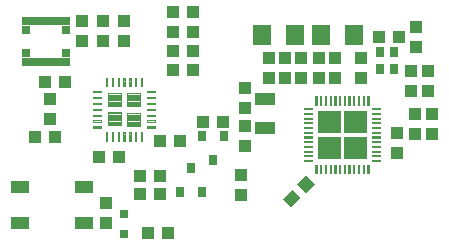
<source format=gtp>
G75*
%MOIN*%
%OFA0B0*%
%FSLAX25Y25*%
%IPPOS*%
%LPD*%
%AMOC8*
5,1,8,0,0,1.08239X$1,22.5*
%
%ADD10R,0.03937X0.04331*%
%ADD11R,0.04331X0.03937*%
%ADD12C,0.00197*%
%ADD13R,0.02953X0.03346*%
%ADD14C,0.00394*%
%ADD15R,0.16260X0.02677*%
%ADD16R,0.03071X0.02953*%
%ADD17R,0.02953X0.03071*%
%ADD18R,0.03150X0.03150*%
%ADD19R,0.06299X0.04331*%
%ADD20R,0.07087X0.03937*%
%ADD21R,0.06299X0.07087*%
%ADD22R,0.03150X0.03543*%
D10*
X0033855Y0064098D03*
X0033855Y0070791D03*
X0044682Y0089886D03*
X0044682Y0096579D03*
X0063875Y0045004D03*
X0063875Y0038902D03*
X0070568Y0038902D03*
X0070568Y0045004D03*
X0073453Y0026106D03*
X0066760Y0026106D03*
X0084938Y0063016D03*
X0091631Y0063016D03*
X0098973Y0061618D03*
X0099052Y0067563D03*
X0099052Y0074256D03*
X0106965Y0077642D03*
X0106965Y0084335D03*
X0112241Y0084335D03*
X0112241Y0077642D03*
X0117477Y0077642D03*
X0117477Y0084335D03*
X0123540Y0084335D03*
X0123540Y0077642D03*
X0128973Y0077642D03*
X0128973Y0084335D03*
X0137477Y0084335D03*
X0137477Y0077642D03*
X0149564Y0059374D03*
X0149564Y0052681D03*
X0155745Y0058980D03*
X0155745Y0065673D03*
X0154327Y0073350D03*
X0154327Y0080043D03*
X0156099Y0087957D03*
X0156099Y0094650D03*
X0159800Y0080043D03*
X0159800Y0073350D03*
X0161453Y0065673D03*
X0161453Y0058980D03*
X0098973Y0054925D03*
X0081493Y0080240D03*
X0081493Y0086539D03*
X0081493Y0093035D03*
X0081493Y0099531D03*
X0074800Y0099531D03*
X0074800Y0093035D03*
X0074800Y0086539D03*
X0074800Y0080240D03*
D11*
X0077162Y0056618D03*
X0070469Y0056618D03*
X0057083Y0051303D03*
X0050390Y0051303D03*
X0052556Y0035949D03*
X0052556Y0029256D03*
X0035627Y0057996D03*
X0028934Y0057996D03*
X0032280Y0076303D03*
X0038973Y0076303D03*
X0051572Y0089886D03*
X0051572Y0096579D03*
X0058658Y0096579D03*
X0058658Y0089886D03*
X0097635Y0045398D03*
X0097635Y0038705D03*
G36*
X0111638Y0037381D02*
X0114699Y0040442D01*
X0117482Y0037659D01*
X0114421Y0034598D01*
X0111638Y0037381D01*
G37*
G36*
X0116370Y0042113D02*
X0119431Y0045174D01*
X0122214Y0042391D01*
X0119153Y0039330D01*
X0116370Y0042113D01*
G37*
X0143698Y0091264D03*
X0150390Y0091264D03*
D12*
X0140154Y0071579D02*
X0140154Y0068823D01*
X0139760Y0068823D01*
X0139760Y0071579D01*
X0140154Y0071579D01*
X0140154Y0071529D02*
X0139760Y0071529D01*
X0139760Y0071333D02*
X0140154Y0071333D01*
X0140154Y0071138D02*
X0139760Y0071138D01*
X0139760Y0070943D02*
X0140154Y0070943D01*
X0140154Y0070747D02*
X0139760Y0070747D01*
X0139760Y0070552D02*
X0140154Y0070552D01*
X0140154Y0070357D02*
X0139760Y0070357D01*
X0139760Y0070161D02*
X0140154Y0070161D01*
X0140154Y0069966D02*
X0139760Y0069966D01*
X0139760Y0069771D02*
X0140154Y0069771D01*
X0140154Y0069575D02*
X0139760Y0069575D01*
X0139760Y0069380D02*
X0140154Y0069380D01*
X0140154Y0069184D02*
X0139760Y0069184D01*
X0139760Y0068989D02*
X0140154Y0068989D01*
X0138579Y0068989D02*
X0138186Y0068989D01*
X0138186Y0068823D02*
X0138186Y0071579D01*
X0138579Y0071579D01*
X0138579Y0068823D01*
X0138186Y0068823D01*
X0138186Y0069184D02*
X0138579Y0069184D01*
X0138579Y0069380D02*
X0138186Y0069380D01*
X0138186Y0069575D02*
X0138579Y0069575D01*
X0138579Y0069771D02*
X0138186Y0069771D01*
X0138186Y0069966D02*
X0138579Y0069966D01*
X0138579Y0070161D02*
X0138186Y0070161D01*
X0138186Y0070357D02*
X0138579Y0070357D01*
X0138579Y0070552D02*
X0138186Y0070552D01*
X0138186Y0070747D02*
X0138579Y0070747D01*
X0138579Y0070943D02*
X0138186Y0070943D01*
X0138186Y0071138D02*
X0138579Y0071138D01*
X0138579Y0071333D02*
X0138186Y0071333D01*
X0138186Y0071529D02*
X0138579Y0071529D01*
X0137005Y0071529D02*
X0136611Y0071529D01*
X0136611Y0071579D02*
X0137005Y0071579D01*
X0137005Y0068823D01*
X0136611Y0068823D01*
X0136611Y0071579D01*
X0136611Y0071333D02*
X0137005Y0071333D01*
X0137005Y0071138D02*
X0136611Y0071138D01*
X0136611Y0070943D02*
X0137005Y0070943D01*
X0137005Y0070747D02*
X0136611Y0070747D01*
X0136611Y0070552D02*
X0137005Y0070552D01*
X0137005Y0070357D02*
X0136611Y0070357D01*
X0136611Y0070161D02*
X0137005Y0070161D01*
X0137005Y0069966D02*
X0136611Y0069966D01*
X0136611Y0069771D02*
X0137005Y0069771D01*
X0137005Y0069575D02*
X0136611Y0069575D01*
X0136611Y0069380D02*
X0137005Y0069380D01*
X0137005Y0069184D02*
X0136611Y0069184D01*
X0136611Y0068989D02*
X0137005Y0068989D01*
X0135430Y0068989D02*
X0135036Y0068989D01*
X0135036Y0068823D02*
X0135036Y0071579D01*
X0135430Y0071579D01*
X0135430Y0068823D01*
X0135036Y0068823D01*
X0135036Y0069184D02*
X0135430Y0069184D01*
X0135430Y0069380D02*
X0135036Y0069380D01*
X0135036Y0069575D02*
X0135430Y0069575D01*
X0135430Y0069771D02*
X0135036Y0069771D01*
X0135036Y0069966D02*
X0135430Y0069966D01*
X0135430Y0070161D02*
X0135036Y0070161D01*
X0135036Y0070357D02*
X0135430Y0070357D01*
X0135430Y0070552D02*
X0135036Y0070552D01*
X0135036Y0070747D02*
X0135430Y0070747D01*
X0135430Y0070943D02*
X0135036Y0070943D01*
X0135036Y0071138D02*
X0135430Y0071138D01*
X0135430Y0071333D02*
X0135036Y0071333D01*
X0135036Y0071529D02*
X0135430Y0071529D01*
X0133855Y0071529D02*
X0133461Y0071529D01*
X0133461Y0071579D02*
X0133855Y0071579D01*
X0133855Y0068823D01*
X0133461Y0068823D01*
X0133461Y0071579D01*
X0133461Y0071333D02*
X0133855Y0071333D01*
X0133855Y0071138D02*
X0133461Y0071138D01*
X0133461Y0070943D02*
X0133855Y0070943D01*
X0133855Y0070747D02*
X0133461Y0070747D01*
X0133461Y0070552D02*
X0133855Y0070552D01*
X0133855Y0070357D02*
X0133461Y0070357D01*
X0133461Y0070161D02*
X0133855Y0070161D01*
X0133855Y0069966D02*
X0133461Y0069966D01*
X0133461Y0069771D02*
X0133855Y0069771D01*
X0133855Y0069575D02*
X0133461Y0069575D01*
X0133461Y0069380D02*
X0133855Y0069380D01*
X0133855Y0069184D02*
X0133461Y0069184D01*
X0133461Y0068989D02*
X0133855Y0068989D01*
X0132280Y0068989D02*
X0131886Y0068989D01*
X0131886Y0068823D02*
X0131886Y0071579D01*
X0132280Y0071579D01*
X0132280Y0068823D01*
X0131886Y0068823D01*
X0131886Y0069184D02*
X0132280Y0069184D01*
X0132280Y0069380D02*
X0131886Y0069380D01*
X0131886Y0069575D02*
X0132280Y0069575D01*
X0132280Y0069771D02*
X0131886Y0069771D01*
X0131886Y0069966D02*
X0132280Y0069966D01*
X0132280Y0070161D02*
X0131886Y0070161D01*
X0131886Y0070357D02*
X0132280Y0070357D01*
X0132280Y0070552D02*
X0131886Y0070552D01*
X0131886Y0070747D02*
X0132280Y0070747D01*
X0132280Y0070943D02*
X0131886Y0070943D01*
X0131886Y0071138D02*
X0132280Y0071138D01*
X0132280Y0071333D02*
X0131886Y0071333D01*
X0131886Y0071529D02*
X0132280Y0071529D01*
X0130705Y0071529D02*
X0130312Y0071529D01*
X0130312Y0071579D02*
X0130705Y0071579D01*
X0130705Y0068823D01*
X0130312Y0068823D01*
X0130312Y0071579D01*
X0130312Y0071333D02*
X0130705Y0071333D01*
X0130705Y0071138D02*
X0130312Y0071138D01*
X0130312Y0070943D02*
X0130705Y0070943D01*
X0130705Y0070747D02*
X0130312Y0070747D01*
X0130312Y0070552D02*
X0130705Y0070552D01*
X0130705Y0070357D02*
X0130312Y0070357D01*
X0130312Y0070161D02*
X0130705Y0070161D01*
X0130705Y0069966D02*
X0130312Y0069966D01*
X0130312Y0069771D02*
X0130705Y0069771D01*
X0130705Y0069575D02*
X0130312Y0069575D01*
X0130312Y0069380D02*
X0130705Y0069380D01*
X0130705Y0069184D02*
X0130312Y0069184D01*
X0130312Y0068989D02*
X0130705Y0068989D01*
X0129131Y0068989D02*
X0128737Y0068989D01*
X0128737Y0068823D02*
X0128737Y0071579D01*
X0129131Y0071579D01*
X0129131Y0068823D01*
X0128737Y0068823D01*
X0128737Y0069184D02*
X0129131Y0069184D01*
X0129131Y0069380D02*
X0128737Y0069380D01*
X0128737Y0069575D02*
X0129131Y0069575D01*
X0129131Y0069771D02*
X0128737Y0069771D01*
X0128737Y0069966D02*
X0129131Y0069966D01*
X0129131Y0070161D02*
X0128737Y0070161D01*
X0128737Y0070357D02*
X0129131Y0070357D01*
X0129131Y0070552D02*
X0128737Y0070552D01*
X0128737Y0070747D02*
X0129131Y0070747D01*
X0129131Y0070943D02*
X0128737Y0070943D01*
X0128737Y0071138D02*
X0129131Y0071138D01*
X0129131Y0071333D02*
X0128737Y0071333D01*
X0128737Y0071529D02*
X0129131Y0071529D01*
X0127556Y0071529D02*
X0127162Y0071529D01*
X0127162Y0071579D02*
X0127556Y0071579D01*
X0127556Y0068823D01*
X0127162Y0068823D01*
X0127162Y0071579D01*
X0127162Y0071333D02*
X0127556Y0071333D01*
X0127556Y0071138D02*
X0127162Y0071138D01*
X0127162Y0070943D02*
X0127556Y0070943D01*
X0127556Y0070747D02*
X0127162Y0070747D01*
X0127162Y0070552D02*
X0127556Y0070552D01*
X0127556Y0070357D02*
X0127162Y0070357D01*
X0127162Y0070161D02*
X0127556Y0070161D01*
X0127556Y0069966D02*
X0127162Y0069966D01*
X0127162Y0069771D02*
X0127556Y0069771D01*
X0127556Y0069575D02*
X0127162Y0069575D01*
X0127162Y0069380D02*
X0127556Y0069380D01*
X0127556Y0069184D02*
X0127162Y0069184D01*
X0127162Y0068989D02*
X0127556Y0068989D01*
X0125981Y0068989D02*
X0125587Y0068989D01*
X0125587Y0068823D02*
X0125587Y0071579D01*
X0125981Y0071579D01*
X0125981Y0068823D01*
X0125587Y0068823D01*
X0125587Y0069184D02*
X0125981Y0069184D01*
X0125981Y0069380D02*
X0125587Y0069380D01*
X0125587Y0069575D02*
X0125981Y0069575D01*
X0125981Y0069771D02*
X0125587Y0069771D01*
X0125587Y0069966D02*
X0125981Y0069966D01*
X0125981Y0070161D02*
X0125587Y0070161D01*
X0125587Y0070357D02*
X0125981Y0070357D01*
X0125981Y0070552D02*
X0125587Y0070552D01*
X0125587Y0070747D02*
X0125981Y0070747D01*
X0125981Y0070943D02*
X0125587Y0070943D01*
X0125587Y0071138D02*
X0125981Y0071138D01*
X0125981Y0071333D02*
X0125587Y0071333D01*
X0125587Y0071529D02*
X0125981Y0071529D01*
X0124406Y0071529D02*
X0124012Y0071529D01*
X0124012Y0071579D02*
X0124406Y0071579D01*
X0124406Y0068823D01*
X0124012Y0068823D01*
X0124012Y0071579D01*
X0124012Y0071333D02*
X0124406Y0071333D01*
X0124406Y0071138D02*
X0124012Y0071138D01*
X0124012Y0070943D02*
X0124406Y0070943D01*
X0124406Y0070747D02*
X0124012Y0070747D01*
X0124012Y0070552D02*
X0124406Y0070552D01*
X0124406Y0070357D02*
X0124012Y0070357D01*
X0124012Y0070161D02*
X0124406Y0070161D01*
X0124406Y0069966D02*
X0124012Y0069966D01*
X0124012Y0069771D02*
X0124406Y0069771D01*
X0124406Y0069575D02*
X0124012Y0069575D01*
X0124012Y0069380D02*
X0124406Y0069380D01*
X0124406Y0069184D02*
X0124012Y0069184D01*
X0124012Y0068989D02*
X0124406Y0068989D01*
X0122831Y0068989D02*
X0122438Y0068989D01*
X0122438Y0068823D02*
X0122438Y0071579D01*
X0122831Y0071579D01*
X0122831Y0068823D01*
X0122438Y0068823D01*
X0122438Y0069184D02*
X0122831Y0069184D01*
X0122831Y0069380D02*
X0122438Y0069380D01*
X0122438Y0069575D02*
X0122831Y0069575D01*
X0122831Y0069771D02*
X0122438Y0069771D01*
X0122438Y0069966D02*
X0122831Y0069966D01*
X0122831Y0070161D02*
X0122438Y0070161D01*
X0122438Y0070357D02*
X0122831Y0070357D01*
X0122831Y0070552D02*
X0122438Y0070552D01*
X0122438Y0070747D02*
X0122831Y0070747D01*
X0122831Y0070943D02*
X0122438Y0070943D01*
X0122438Y0071138D02*
X0122831Y0071138D01*
X0122831Y0071333D02*
X0122438Y0071333D01*
X0122438Y0071529D02*
X0122831Y0071529D01*
X0121257Y0067642D02*
X0121257Y0067248D01*
X0118501Y0067248D01*
X0118501Y0067642D01*
X0121257Y0067642D01*
X0121257Y0067622D02*
X0118501Y0067622D01*
X0118501Y0067426D02*
X0121257Y0067426D01*
X0121257Y0066067D02*
X0121257Y0065673D01*
X0118501Y0065673D01*
X0118501Y0066067D01*
X0121257Y0066067D01*
X0121257Y0066059D02*
X0118501Y0066059D01*
X0118501Y0065863D02*
X0121257Y0065863D01*
X0121257Y0064492D02*
X0121257Y0064098D01*
X0118501Y0064098D01*
X0118501Y0064492D01*
X0121257Y0064492D01*
X0121257Y0064300D02*
X0118501Y0064300D01*
X0118501Y0064105D02*
X0121257Y0064105D01*
X0121257Y0062917D02*
X0121257Y0062524D01*
X0118501Y0062524D01*
X0118501Y0062917D01*
X0121257Y0062917D01*
X0121257Y0062738D02*
X0118501Y0062738D01*
X0118501Y0062542D02*
X0121257Y0062542D01*
X0121257Y0061343D02*
X0121257Y0060949D01*
X0118501Y0060949D01*
X0118501Y0061343D01*
X0121257Y0061343D01*
X0121257Y0061175D02*
X0118501Y0061175D01*
X0118501Y0060979D02*
X0121257Y0060979D01*
X0121257Y0059768D02*
X0121257Y0059374D01*
X0118501Y0059374D01*
X0118501Y0059768D01*
X0121257Y0059768D01*
X0121257Y0059612D02*
X0118501Y0059612D01*
X0118501Y0059416D02*
X0121257Y0059416D01*
X0121257Y0058193D02*
X0121257Y0057799D01*
X0118501Y0057799D01*
X0118501Y0058193D01*
X0121257Y0058193D01*
X0121257Y0058049D02*
X0118501Y0058049D01*
X0118501Y0057853D02*
X0121257Y0057853D01*
X0121257Y0056618D02*
X0121257Y0056224D01*
X0118501Y0056224D01*
X0118501Y0056618D01*
X0121257Y0056618D01*
X0121257Y0056486D02*
X0118501Y0056486D01*
X0118501Y0056291D02*
X0121257Y0056291D01*
X0121257Y0055043D02*
X0121257Y0054650D01*
X0118501Y0054650D01*
X0118501Y0055043D01*
X0121257Y0055043D01*
X0121257Y0054923D02*
X0118501Y0054923D01*
X0118501Y0054728D02*
X0121257Y0054728D01*
X0121257Y0053469D02*
X0121257Y0053075D01*
X0118501Y0053075D01*
X0118501Y0053469D01*
X0121257Y0053469D01*
X0121257Y0053360D02*
X0118501Y0053360D01*
X0118501Y0053165D02*
X0121257Y0053165D01*
X0121257Y0051894D02*
X0121257Y0051500D01*
X0118501Y0051500D01*
X0118501Y0051894D01*
X0121257Y0051894D01*
X0121257Y0051797D02*
X0118501Y0051797D01*
X0118501Y0051602D02*
X0121257Y0051602D01*
X0121257Y0050319D02*
X0121257Y0049925D01*
X0118501Y0049925D01*
X0118501Y0050319D01*
X0121257Y0050319D01*
X0121257Y0050234D02*
X0118501Y0050234D01*
X0118501Y0050039D02*
X0121257Y0050039D01*
X0122438Y0048744D02*
X0122831Y0048744D01*
X0122831Y0045988D01*
X0122438Y0045988D01*
X0122438Y0048744D01*
X0122438Y0048671D02*
X0122831Y0048671D01*
X0122831Y0048476D02*
X0122438Y0048476D01*
X0122438Y0048281D02*
X0122831Y0048281D01*
X0122831Y0048085D02*
X0122438Y0048085D01*
X0122438Y0047890D02*
X0122831Y0047890D01*
X0122831Y0047695D02*
X0122438Y0047695D01*
X0122438Y0047499D02*
X0122831Y0047499D01*
X0122831Y0047304D02*
X0122438Y0047304D01*
X0122438Y0047109D02*
X0122831Y0047109D01*
X0122831Y0046913D02*
X0122438Y0046913D01*
X0122438Y0046718D02*
X0122831Y0046718D01*
X0122831Y0046523D02*
X0122438Y0046523D01*
X0122438Y0046327D02*
X0122831Y0046327D01*
X0122831Y0046132D02*
X0122438Y0046132D01*
X0124012Y0046132D02*
X0124406Y0046132D01*
X0124406Y0045988D02*
X0124012Y0045988D01*
X0124012Y0048744D01*
X0124406Y0048744D01*
X0124406Y0045988D01*
X0124406Y0046327D02*
X0124012Y0046327D01*
X0124012Y0046523D02*
X0124406Y0046523D01*
X0124406Y0046718D02*
X0124012Y0046718D01*
X0124012Y0046913D02*
X0124406Y0046913D01*
X0124406Y0047109D02*
X0124012Y0047109D01*
X0124012Y0047304D02*
X0124406Y0047304D01*
X0124406Y0047499D02*
X0124012Y0047499D01*
X0124012Y0047695D02*
X0124406Y0047695D01*
X0124406Y0047890D02*
X0124012Y0047890D01*
X0124012Y0048085D02*
X0124406Y0048085D01*
X0124406Y0048281D02*
X0124012Y0048281D01*
X0124012Y0048476D02*
X0124406Y0048476D01*
X0124406Y0048671D02*
X0124012Y0048671D01*
X0125587Y0048671D02*
X0125981Y0048671D01*
X0125981Y0048744D02*
X0125981Y0045988D01*
X0125587Y0045988D01*
X0125587Y0048744D01*
X0125981Y0048744D01*
X0125981Y0048476D02*
X0125587Y0048476D01*
X0125587Y0048281D02*
X0125981Y0048281D01*
X0125981Y0048085D02*
X0125587Y0048085D01*
X0125587Y0047890D02*
X0125981Y0047890D01*
X0125981Y0047695D02*
X0125587Y0047695D01*
X0125587Y0047499D02*
X0125981Y0047499D01*
X0125981Y0047304D02*
X0125587Y0047304D01*
X0125587Y0047109D02*
X0125981Y0047109D01*
X0125981Y0046913D02*
X0125587Y0046913D01*
X0125587Y0046718D02*
X0125981Y0046718D01*
X0125981Y0046523D02*
X0125587Y0046523D01*
X0125587Y0046327D02*
X0125981Y0046327D01*
X0125981Y0046132D02*
X0125587Y0046132D01*
X0127162Y0046132D02*
X0127556Y0046132D01*
X0127556Y0045988D02*
X0127162Y0045988D01*
X0127162Y0048744D01*
X0127556Y0048744D01*
X0127556Y0045988D01*
X0127556Y0046327D02*
X0127162Y0046327D01*
X0127162Y0046523D02*
X0127556Y0046523D01*
X0127556Y0046718D02*
X0127162Y0046718D01*
X0127162Y0046913D02*
X0127556Y0046913D01*
X0127556Y0047109D02*
X0127162Y0047109D01*
X0127162Y0047304D02*
X0127556Y0047304D01*
X0127556Y0047499D02*
X0127162Y0047499D01*
X0127162Y0047695D02*
X0127556Y0047695D01*
X0127556Y0047890D02*
X0127162Y0047890D01*
X0127162Y0048085D02*
X0127556Y0048085D01*
X0127556Y0048281D02*
X0127162Y0048281D01*
X0127162Y0048476D02*
X0127556Y0048476D01*
X0127556Y0048671D02*
X0127162Y0048671D01*
X0128737Y0048671D02*
X0129131Y0048671D01*
X0129131Y0048744D02*
X0129131Y0045988D01*
X0128737Y0045988D01*
X0128737Y0048744D01*
X0129131Y0048744D01*
X0129131Y0048476D02*
X0128737Y0048476D01*
X0128737Y0048281D02*
X0129131Y0048281D01*
X0129131Y0048085D02*
X0128737Y0048085D01*
X0128737Y0047890D02*
X0129131Y0047890D01*
X0129131Y0047695D02*
X0128737Y0047695D01*
X0128737Y0047499D02*
X0129131Y0047499D01*
X0129131Y0047304D02*
X0128737Y0047304D01*
X0128737Y0047109D02*
X0129131Y0047109D01*
X0129131Y0046913D02*
X0128737Y0046913D01*
X0128737Y0046718D02*
X0129131Y0046718D01*
X0129131Y0046523D02*
X0128737Y0046523D01*
X0128737Y0046327D02*
X0129131Y0046327D01*
X0129131Y0046132D02*
X0128737Y0046132D01*
X0130312Y0046132D02*
X0130705Y0046132D01*
X0130705Y0045988D02*
X0130312Y0045988D01*
X0130312Y0048744D01*
X0130705Y0048744D01*
X0130705Y0045988D01*
X0130705Y0046327D02*
X0130312Y0046327D01*
X0130312Y0046523D02*
X0130705Y0046523D01*
X0130705Y0046718D02*
X0130312Y0046718D01*
X0130312Y0046913D02*
X0130705Y0046913D01*
X0130705Y0047109D02*
X0130312Y0047109D01*
X0130312Y0047304D02*
X0130705Y0047304D01*
X0130705Y0047499D02*
X0130312Y0047499D01*
X0130312Y0047695D02*
X0130705Y0047695D01*
X0130705Y0047890D02*
X0130312Y0047890D01*
X0130312Y0048085D02*
X0130705Y0048085D01*
X0130705Y0048281D02*
X0130312Y0048281D01*
X0130312Y0048476D02*
X0130705Y0048476D01*
X0130705Y0048671D02*
X0130312Y0048671D01*
X0131886Y0048671D02*
X0132280Y0048671D01*
X0132280Y0048744D02*
X0132280Y0045988D01*
X0131886Y0045988D01*
X0131886Y0048744D01*
X0132280Y0048744D01*
X0132280Y0048476D02*
X0131886Y0048476D01*
X0131886Y0048281D02*
X0132280Y0048281D01*
X0132280Y0048085D02*
X0131886Y0048085D01*
X0131886Y0047890D02*
X0132280Y0047890D01*
X0132280Y0047695D02*
X0131886Y0047695D01*
X0131886Y0047499D02*
X0132280Y0047499D01*
X0132280Y0047304D02*
X0131886Y0047304D01*
X0131886Y0047109D02*
X0132280Y0047109D01*
X0132280Y0046913D02*
X0131886Y0046913D01*
X0131886Y0046718D02*
X0132280Y0046718D01*
X0132280Y0046523D02*
X0131886Y0046523D01*
X0131886Y0046327D02*
X0132280Y0046327D01*
X0132280Y0046132D02*
X0131886Y0046132D01*
X0133461Y0046132D02*
X0133855Y0046132D01*
X0133855Y0045988D02*
X0133461Y0045988D01*
X0133461Y0048744D01*
X0133855Y0048744D01*
X0133855Y0045988D01*
X0133855Y0046327D02*
X0133461Y0046327D01*
X0133461Y0046523D02*
X0133855Y0046523D01*
X0133855Y0046718D02*
X0133461Y0046718D01*
X0133461Y0046913D02*
X0133855Y0046913D01*
X0133855Y0047109D02*
X0133461Y0047109D01*
X0133461Y0047304D02*
X0133855Y0047304D01*
X0133855Y0047499D02*
X0133461Y0047499D01*
X0133461Y0047695D02*
X0133855Y0047695D01*
X0133855Y0047890D02*
X0133461Y0047890D01*
X0133461Y0048085D02*
X0133855Y0048085D01*
X0133855Y0048281D02*
X0133461Y0048281D01*
X0133461Y0048476D02*
X0133855Y0048476D01*
X0133855Y0048671D02*
X0133461Y0048671D01*
X0135036Y0048671D02*
X0135430Y0048671D01*
X0135430Y0048744D02*
X0135430Y0045988D01*
X0135036Y0045988D01*
X0135036Y0048744D01*
X0135430Y0048744D01*
X0135430Y0048476D02*
X0135036Y0048476D01*
X0135036Y0048281D02*
X0135430Y0048281D01*
X0135430Y0048085D02*
X0135036Y0048085D01*
X0135036Y0047890D02*
X0135430Y0047890D01*
X0135430Y0047695D02*
X0135036Y0047695D01*
X0135036Y0047499D02*
X0135430Y0047499D01*
X0135430Y0047304D02*
X0135036Y0047304D01*
X0135036Y0047109D02*
X0135430Y0047109D01*
X0135430Y0046913D02*
X0135036Y0046913D01*
X0135036Y0046718D02*
X0135430Y0046718D01*
X0135430Y0046523D02*
X0135036Y0046523D01*
X0135036Y0046327D02*
X0135430Y0046327D01*
X0135430Y0046132D02*
X0135036Y0046132D01*
X0136611Y0046132D02*
X0137005Y0046132D01*
X0137005Y0045988D02*
X0136611Y0045988D01*
X0136611Y0048744D01*
X0137005Y0048744D01*
X0137005Y0045988D01*
X0137005Y0046327D02*
X0136611Y0046327D01*
X0136611Y0046523D02*
X0137005Y0046523D01*
X0137005Y0046718D02*
X0136611Y0046718D01*
X0136611Y0046913D02*
X0137005Y0046913D01*
X0137005Y0047109D02*
X0136611Y0047109D01*
X0136611Y0047304D02*
X0137005Y0047304D01*
X0137005Y0047499D02*
X0136611Y0047499D01*
X0136611Y0047695D02*
X0137005Y0047695D01*
X0137005Y0047890D02*
X0136611Y0047890D01*
X0136611Y0048085D02*
X0137005Y0048085D01*
X0137005Y0048281D02*
X0136611Y0048281D01*
X0136611Y0048476D02*
X0137005Y0048476D01*
X0137005Y0048671D02*
X0136611Y0048671D01*
X0138186Y0048671D02*
X0138579Y0048671D01*
X0138579Y0048744D02*
X0138579Y0045988D01*
X0138186Y0045988D01*
X0138186Y0048744D01*
X0138579Y0048744D01*
X0138579Y0048476D02*
X0138186Y0048476D01*
X0138186Y0048281D02*
X0138579Y0048281D01*
X0138579Y0048085D02*
X0138186Y0048085D01*
X0138186Y0047890D02*
X0138579Y0047890D01*
X0138579Y0047695D02*
X0138186Y0047695D01*
X0138186Y0047499D02*
X0138579Y0047499D01*
X0138579Y0047304D02*
X0138186Y0047304D01*
X0138186Y0047109D02*
X0138579Y0047109D01*
X0138579Y0046913D02*
X0138186Y0046913D01*
X0138186Y0046718D02*
X0138579Y0046718D01*
X0138579Y0046523D02*
X0138186Y0046523D01*
X0138186Y0046327D02*
X0138579Y0046327D01*
X0138579Y0046132D02*
X0138186Y0046132D01*
X0139760Y0046132D02*
X0140154Y0046132D01*
X0140154Y0045988D02*
X0139760Y0045988D01*
X0139760Y0048744D01*
X0140154Y0048744D01*
X0140154Y0045988D01*
X0140154Y0046327D02*
X0139760Y0046327D01*
X0139760Y0046523D02*
X0140154Y0046523D01*
X0140154Y0046718D02*
X0139760Y0046718D01*
X0139760Y0046913D02*
X0140154Y0046913D01*
X0140154Y0047109D02*
X0139760Y0047109D01*
X0139760Y0047304D02*
X0140154Y0047304D01*
X0140154Y0047499D02*
X0139760Y0047499D01*
X0139760Y0047695D02*
X0140154Y0047695D01*
X0140154Y0047890D02*
X0139760Y0047890D01*
X0139760Y0048085D02*
X0140154Y0048085D01*
X0140154Y0048281D02*
X0139760Y0048281D01*
X0139760Y0048476D02*
X0140154Y0048476D01*
X0140154Y0048671D02*
X0139760Y0048671D01*
X0141335Y0049925D02*
X0141335Y0050319D01*
X0144091Y0050319D01*
X0144091Y0049925D01*
X0141335Y0049925D01*
X0141335Y0050039D02*
X0144091Y0050039D01*
X0144091Y0050234D02*
X0141335Y0050234D01*
X0141335Y0051500D02*
X0141335Y0051894D01*
X0144091Y0051894D01*
X0144091Y0051500D01*
X0141335Y0051500D01*
X0141335Y0051602D02*
X0144091Y0051602D01*
X0144091Y0051797D02*
X0141335Y0051797D01*
X0141335Y0053075D02*
X0141335Y0053469D01*
X0144091Y0053469D01*
X0144091Y0053075D01*
X0141335Y0053075D01*
X0141335Y0053165D02*
X0144091Y0053165D01*
X0144091Y0053360D02*
X0141335Y0053360D01*
X0141335Y0054650D02*
X0141335Y0055043D01*
X0144091Y0055043D01*
X0144091Y0054650D01*
X0141335Y0054650D01*
X0141335Y0054728D02*
X0144091Y0054728D01*
X0144091Y0054923D02*
X0141335Y0054923D01*
X0141335Y0056224D02*
X0141335Y0056618D01*
X0144091Y0056618D01*
X0144091Y0056224D01*
X0141335Y0056224D01*
X0141335Y0056291D02*
X0144091Y0056291D01*
X0144091Y0056486D02*
X0141335Y0056486D01*
X0141335Y0057799D02*
X0141335Y0058193D01*
X0144091Y0058193D01*
X0144091Y0057799D01*
X0141335Y0057799D01*
X0141335Y0057853D02*
X0144091Y0057853D01*
X0144091Y0058049D02*
X0141335Y0058049D01*
X0141335Y0059374D02*
X0141335Y0059768D01*
X0144091Y0059768D01*
X0144091Y0059374D01*
X0141335Y0059374D01*
X0141335Y0059416D02*
X0144091Y0059416D01*
X0144091Y0059612D02*
X0141335Y0059612D01*
X0141335Y0060949D02*
X0141335Y0061343D01*
X0144091Y0061343D01*
X0144091Y0060949D01*
X0141335Y0060949D01*
X0141335Y0060979D02*
X0144091Y0060979D01*
X0144091Y0061175D02*
X0141335Y0061175D01*
X0141335Y0062524D02*
X0141335Y0062917D01*
X0144091Y0062917D01*
X0144091Y0062524D01*
X0141335Y0062524D01*
X0141335Y0062542D02*
X0144091Y0062542D01*
X0144091Y0062738D02*
X0141335Y0062738D01*
X0141335Y0064098D02*
X0141335Y0064492D01*
X0144091Y0064492D01*
X0144091Y0064098D01*
X0141335Y0064098D01*
X0141335Y0064105D02*
X0144091Y0064105D01*
X0144091Y0064300D02*
X0141335Y0064300D01*
X0141335Y0065673D02*
X0141335Y0066067D01*
X0144091Y0066067D01*
X0144091Y0065673D01*
X0141335Y0065673D01*
X0141335Y0065863D02*
X0144091Y0065863D01*
X0144091Y0066059D02*
X0141335Y0066059D01*
X0141335Y0067248D02*
X0141335Y0067642D01*
X0144091Y0067642D01*
X0144091Y0067248D01*
X0141335Y0067248D01*
X0141335Y0067426D02*
X0144091Y0067426D01*
X0144091Y0067622D02*
X0141335Y0067622D01*
X0139170Y0066657D02*
X0139170Y0059571D01*
X0132083Y0059571D01*
X0132083Y0066657D01*
X0139170Y0066657D01*
X0139170Y0066645D02*
X0132083Y0066645D01*
X0132083Y0066449D02*
X0139170Y0066449D01*
X0139170Y0066254D02*
X0132083Y0066254D01*
X0132083Y0066059D02*
X0139170Y0066059D01*
X0139170Y0065863D02*
X0132083Y0065863D01*
X0132083Y0065668D02*
X0139170Y0065668D01*
X0139170Y0065473D02*
X0132083Y0065473D01*
X0132083Y0065277D02*
X0139170Y0065277D01*
X0139170Y0065082D02*
X0132083Y0065082D01*
X0132083Y0064887D02*
X0139170Y0064887D01*
X0139170Y0064691D02*
X0132083Y0064691D01*
X0132083Y0064496D02*
X0139170Y0064496D01*
X0139170Y0064300D02*
X0132083Y0064300D01*
X0132083Y0064105D02*
X0139170Y0064105D01*
X0139170Y0063910D02*
X0132083Y0063910D01*
X0132083Y0063714D02*
X0139170Y0063714D01*
X0139170Y0063519D02*
X0132083Y0063519D01*
X0132083Y0063324D02*
X0139170Y0063324D01*
X0139170Y0063128D02*
X0132083Y0063128D01*
X0132083Y0062933D02*
X0139170Y0062933D01*
X0139170Y0062738D02*
X0132083Y0062738D01*
X0132083Y0062542D02*
X0139170Y0062542D01*
X0139170Y0062347D02*
X0132083Y0062347D01*
X0132083Y0062151D02*
X0139170Y0062151D01*
X0139170Y0061956D02*
X0132083Y0061956D01*
X0132083Y0061761D02*
X0139170Y0061761D01*
X0139170Y0061565D02*
X0132083Y0061565D01*
X0132083Y0061370D02*
X0139170Y0061370D01*
X0139170Y0061175D02*
X0132083Y0061175D01*
X0132083Y0060979D02*
X0139170Y0060979D01*
X0139170Y0060784D02*
X0132083Y0060784D01*
X0132083Y0060589D02*
X0139170Y0060589D01*
X0139170Y0060393D02*
X0132083Y0060393D01*
X0132083Y0060198D02*
X0139170Y0060198D01*
X0139170Y0060002D02*
X0132083Y0060002D01*
X0132083Y0059807D02*
X0139170Y0059807D01*
X0139170Y0059612D02*
X0132083Y0059612D01*
X0130509Y0059612D02*
X0123422Y0059612D01*
X0123422Y0059571D02*
X0123422Y0066657D01*
X0130509Y0066657D01*
X0130509Y0059571D01*
X0123422Y0059571D01*
X0123422Y0059807D02*
X0130509Y0059807D01*
X0130509Y0060002D02*
X0123422Y0060002D01*
X0123422Y0060198D02*
X0130509Y0060198D01*
X0130509Y0060393D02*
X0123422Y0060393D01*
X0123422Y0060589D02*
X0130509Y0060589D01*
X0130509Y0060784D02*
X0123422Y0060784D01*
X0123422Y0060979D02*
X0130509Y0060979D01*
X0130509Y0061175D02*
X0123422Y0061175D01*
X0123422Y0061370D02*
X0130509Y0061370D01*
X0130509Y0061565D02*
X0123422Y0061565D01*
X0123422Y0061761D02*
X0130509Y0061761D01*
X0130509Y0061956D02*
X0123422Y0061956D01*
X0123422Y0062151D02*
X0130509Y0062151D01*
X0130509Y0062347D02*
X0123422Y0062347D01*
X0123422Y0062542D02*
X0130509Y0062542D01*
X0130509Y0062738D02*
X0123422Y0062738D01*
X0123422Y0062933D02*
X0130509Y0062933D01*
X0130509Y0063128D02*
X0123422Y0063128D01*
X0123422Y0063324D02*
X0130509Y0063324D01*
X0130509Y0063519D02*
X0123422Y0063519D01*
X0123422Y0063714D02*
X0130509Y0063714D01*
X0130509Y0063910D02*
X0123422Y0063910D01*
X0123422Y0064105D02*
X0130509Y0064105D01*
X0130509Y0064300D02*
X0123422Y0064300D01*
X0123422Y0064496D02*
X0130509Y0064496D01*
X0130509Y0064691D02*
X0123422Y0064691D01*
X0123422Y0064887D02*
X0130509Y0064887D01*
X0130509Y0065082D02*
X0123422Y0065082D01*
X0123422Y0065277D02*
X0130509Y0065277D01*
X0130509Y0065473D02*
X0123422Y0065473D01*
X0123422Y0065668D02*
X0130509Y0065668D01*
X0130509Y0065863D02*
X0123422Y0065863D01*
X0123422Y0066059D02*
X0130509Y0066059D01*
X0130509Y0066254D02*
X0123422Y0066254D01*
X0123422Y0066449D02*
X0130509Y0066449D01*
X0130509Y0066645D02*
X0123422Y0066645D01*
X0123422Y0057996D02*
X0123422Y0050909D01*
X0130509Y0050909D01*
X0130509Y0057996D01*
X0123422Y0057996D01*
X0123422Y0057853D02*
X0130509Y0057853D01*
X0130509Y0057658D02*
X0123422Y0057658D01*
X0123422Y0057463D02*
X0130509Y0057463D01*
X0130509Y0057267D02*
X0123422Y0057267D01*
X0123422Y0057072D02*
X0130509Y0057072D01*
X0130509Y0056877D02*
X0123422Y0056877D01*
X0123422Y0056681D02*
X0130509Y0056681D01*
X0130509Y0056486D02*
X0123422Y0056486D01*
X0123422Y0056291D02*
X0130509Y0056291D01*
X0130509Y0056095D02*
X0123422Y0056095D01*
X0123422Y0055900D02*
X0130509Y0055900D01*
X0130509Y0055705D02*
X0123422Y0055705D01*
X0123422Y0055509D02*
X0130509Y0055509D01*
X0130509Y0055314D02*
X0123422Y0055314D01*
X0123422Y0055118D02*
X0130509Y0055118D01*
X0130509Y0054923D02*
X0123422Y0054923D01*
X0123422Y0054728D02*
X0130509Y0054728D01*
X0130509Y0054532D02*
X0123422Y0054532D01*
X0123422Y0054337D02*
X0130509Y0054337D01*
X0130509Y0054142D02*
X0123422Y0054142D01*
X0123422Y0053946D02*
X0130509Y0053946D01*
X0130509Y0053751D02*
X0123422Y0053751D01*
X0123422Y0053556D02*
X0130509Y0053556D01*
X0130509Y0053360D02*
X0123422Y0053360D01*
X0123422Y0053165D02*
X0130509Y0053165D01*
X0130509Y0052969D02*
X0123422Y0052969D01*
X0123422Y0052774D02*
X0130509Y0052774D01*
X0130509Y0052579D02*
X0123422Y0052579D01*
X0123422Y0052383D02*
X0130509Y0052383D01*
X0130509Y0052188D02*
X0123422Y0052188D01*
X0123422Y0051993D02*
X0130509Y0051993D01*
X0130509Y0051797D02*
X0123422Y0051797D01*
X0123422Y0051602D02*
X0130509Y0051602D01*
X0130509Y0051407D02*
X0123422Y0051407D01*
X0123422Y0051211D02*
X0130509Y0051211D01*
X0130509Y0051016D02*
X0123422Y0051016D01*
X0132083Y0051016D02*
X0139170Y0051016D01*
X0139170Y0050909D02*
X0132083Y0050909D01*
X0132083Y0057996D01*
X0139170Y0057996D01*
X0139170Y0050909D01*
X0139170Y0051211D02*
X0132083Y0051211D01*
X0132083Y0051407D02*
X0139170Y0051407D01*
X0139170Y0051602D02*
X0132083Y0051602D01*
X0132083Y0051797D02*
X0139170Y0051797D01*
X0139170Y0051993D02*
X0132083Y0051993D01*
X0132083Y0052188D02*
X0139170Y0052188D01*
X0139170Y0052383D02*
X0132083Y0052383D01*
X0132083Y0052579D02*
X0139170Y0052579D01*
X0139170Y0052774D02*
X0132083Y0052774D01*
X0132083Y0052969D02*
X0139170Y0052969D01*
X0139170Y0053165D02*
X0132083Y0053165D01*
X0132083Y0053360D02*
X0139170Y0053360D01*
X0139170Y0053556D02*
X0132083Y0053556D01*
X0132083Y0053751D02*
X0139170Y0053751D01*
X0139170Y0053946D02*
X0132083Y0053946D01*
X0132083Y0054142D02*
X0139170Y0054142D01*
X0139170Y0054337D02*
X0132083Y0054337D01*
X0132083Y0054532D02*
X0139170Y0054532D01*
X0139170Y0054728D02*
X0132083Y0054728D01*
X0132083Y0054923D02*
X0139170Y0054923D01*
X0139170Y0055118D02*
X0132083Y0055118D01*
X0132083Y0055314D02*
X0139170Y0055314D01*
X0139170Y0055509D02*
X0132083Y0055509D01*
X0132083Y0055705D02*
X0139170Y0055705D01*
X0139170Y0055900D02*
X0132083Y0055900D01*
X0132083Y0056095D02*
X0139170Y0056095D01*
X0139170Y0056291D02*
X0132083Y0056291D01*
X0132083Y0056486D02*
X0139170Y0056486D01*
X0139170Y0056681D02*
X0132083Y0056681D01*
X0132083Y0056877D02*
X0139170Y0056877D01*
X0139170Y0057072D02*
X0132083Y0057072D01*
X0132083Y0057267D02*
X0139170Y0057267D01*
X0139170Y0057463D02*
X0132083Y0057463D01*
X0132083Y0057658D02*
X0139170Y0057658D01*
X0139170Y0057853D02*
X0132083Y0057853D01*
D13*
X0143953Y0080535D03*
X0143953Y0086244D03*
X0148481Y0086244D03*
X0148481Y0080535D03*
D14*
X0069091Y0073350D02*
X0069091Y0072957D01*
X0066335Y0072957D01*
X0066335Y0073350D01*
X0069091Y0073350D01*
X0069091Y0073319D02*
X0066335Y0073319D01*
X0066335Y0071382D02*
X0069091Y0071382D01*
X0069091Y0070988D01*
X0066335Y0070988D01*
X0066335Y0071382D01*
X0066335Y0071358D02*
X0069091Y0071358D01*
X0069091Y0069413D02*
X0069091Y0069020D01*
X0066335Y0069020D01*
X0066335Y0069413D01*
X0069091Y0069413D01*
X0069091Y0069397D02*
X0066335Y0069397D01*
X0066335Y0067445D02*
X0069091Y0067445D01*
X0069091Y0067051D01*
X0066335Y0067051D01*
X0066335Y0067445D01*
X0066335Y0067436D02*
X0069091Y0067436D01*
X0069091Y0065476D02*
X0069091Y0065083D01*
X0066335Y0065083D01*
X0066335Y0065476D01*
X0069091Y0065476D01*
X0069091Y0065475D02*
X0066335Y0065475D01*
X0066335Y0065083D02*
X0069091Y0065083D01*
X0069091Y0063508D02*
X0069091Y0063114D01*
X0066335Y0063114D01*
X0066335Y0063508D01*
X0069091Y0063508D01*
X0069091Y0063122D02*
X0066335Y0063122D01*
X0066335Y0061539D02*
X0069091Y0061539D01*
X0069091Y0061146D01*
X0066335Y0061146D01*
X0066335Y0061539D01*
X0066335Y0061161D02*
X0069091Y0061161D01*
X0064760Y0059571D02*
X0064760Y0056815D01*
X0064367Y0056815D01*
X0064367Y0059571D01*
X0064760Y0059571D01*
X0064760Y0059200D02*
X0064367Y0059200D01*
X0064367Y0058808D02*
X0064760Y0058808D01*
X0064760Y0058415D02*
X0064367Y0058415D01*
X0064367Y0058023D02*
X0064760Y0058023D01*
X0064760Y0057631D02*
X0064367Y0057631D01*
X0064367Y0057239D02*
X0064760Y0057239D01*
X0064760Y0056847D02*
X0064367Y0056847D01*
X0062792Y0056847D02*
X0062398Y0056847D01*
X0062398Y0056815D02*
X0062792Y0056815D01*
X0062792Y0059571D01*
X0062398Y0059571D01*
X0062398Y0056815D01*
X0062398Y0057239D02*
X0062792Y0057239D01*
X0062792Y0057631D02*
X0062398Y0057631D01*
X0062398Y0058023D02*
X0062792Y0058023D01*
X0062792Y0058415D02*
X0062398Y0058415D01*
X0062398Y0058808D02*
X0062792Y0058808D01*
X0062792Y0059200D02*
X0062398Y0059200D01*
X0060823Y0059200D02*
X0060430Y0059200D01*
X0060430Y0059571D02*
X0060823Y0059571D01*
X0060823Y0056815D01*
X0060430Y0056815D01*
X0060430Y0059571D01*
X0060430Y0058808D02*
X0060823Y0058808D01*
X0060823Y0058415D02*
X0060430Y0058415D01*
X0060430Y0058023D02*
X0060823Y0058023D01*
X0060823Y0057631D02*
X0060430Y0057631D01*
X0060430Y0057239D02*
X0060823Y0057239D01*
X0060823Y0056847D02*
X0060430Y0056847D01*
X0058855Y0056847D02*
X0058461Y0056847D01*
X0058461Y0056815D02*
X0058855Y0056815D01*
X0058855Y0059571D01*
X0058461Y0059571D01*
X0058461Y0056815D01*
X0058461Y0057239D02*
X0058855Y0057239D01*
X0058855Y0057631D02*
X0058461Y0057631D01*
X0058461Y0058023D02*
X0058855Y0058023D01*
X0058855Y0058415D02*
X0058461Y0058415D01*
X0058461Y0058808D02*
X0058855Y0058808D01*
X0058855Y0059200D02*
X0058461Y0059200D01*
X0056886Y0059200D02*
X0056493Y0059200D01*
X0056493Y0059571D02*
X0056886Y0059571D01*
X0056886Y0056815D01*
X0056493Y0056815D01*
X0056493Y0059571D01*
X0056493Y0058808D02*
X0056886Y0058808D01*
X0056886Y0058415D02*
X0056493Y0058415D01*
X0056493Y0058023D02*
X0056886Y0058023D01*
X0056886Y0057631D02*
X0056493Y0057631D01*
X0056493Y0057239D02*
X0056886Y0057239D01*
X0056886Y0056847D02*
X0056493Y0056847D01*
X0054918Y0056847D02*
X0054524Y0056847D01*
X0054524Y0056815D02*
X0054918Y0056815D01*
X0054918Y0059571D01*
X0054524Y0059571D01*
X0054524Y0056815D01*
X0054524Y0057239D02*
X0054918Y0057239D01*
X0054918Y0057631D02*
X0054524Y0057631D01*
X0054524Y0058023D02*
X0054918Y0058023D01*
X0054918Y0058415D02*
X0054524Y0058415D01*
X0054524Y0058808D02*
X0054918Y0058808D01*
X0054918Y0059200D02*
X0054524Y0059200D01*
X0052949Y0059200D02*
X0052556Y0059200D01*
X0052556Y0059571D02*
X0052949Y0059571D01*
X0052949Y0056815D01*
X0052556Y0056815D01*
X0052556Y0059571D01*
X0052556Y0058808D02*
X0052949Y0058808D01*
X0052949Y0058415D02*
X0052556Y0058415D01*
X0052556Y0058023D02*
X0052949Y0058023D01*
X0052949Y0057631D02*
X0052556Y0057631D01*
X0052556Y0057239D02*
X0052949Y0057239D01*
X0052949Y0056847D02*
X0052556Y0056847D01*
X0050981Y0061146D02*
X0048225Y0061146D01*
X0048225Y0061539D01*
X0050981Y0061539D01*
X0050981Y0061146D01*
X0050981Y0061161D02*
X0048225Y0061161D01*
X0048225Y0063114D02*
X0048225Y0063508D01*
X0050981Y0063508D01*
X0050981Y0063114D01*
X0048225Y0063114D01*
X0048225Y0063122D02*
X0050981Y0063122D01*
X0050981Y0065083D02*
X0048225Y0065083D01*
X0050981Y0065083D01*
X0050981Y0065476D01*
X0048225Y0065476D01*
X0048225Y0065083D01*
X0048225Y0065475D02*
X0050981Y0065475D01*
X0050981Y0067051D02*
X0048225Y0067051D01*
X0048225Y0067445D01*
X0050981Y0067445D01*
X0050981Y0067051D01*
X0050981Y0067436D02*
X0048225Y0067436D01*
X0048225Y0069020D02*
X0048225Y0069413D01*
X0050981Y0069413D01*
X0050981Y0069020D01*
X0048225Y0069020D01*
X0048225Y0069397D02*
X0050981Y0069397D01*
X0050981Y0070988D02*
X0048225Y0070988D01*
X0048225Y0071382D01*
X0050981Y0071382D01*
X0050981Y0070988D01*
X0050981Y0071358D02*
X0048225Y0071358D01*
X0048225Y0072957D02*
X0048225Y0073350D01*
X0050981Y0073350D01*
X0050981Y0072957D01*
X0048225Y0072957D01*
X0048225Y0073319D02*
X0050981Y0073319D01*
X0052556Y0074925D02*
X0052556Y0077681D01*
X0052949Y0077681D01*
X0052949Y0074925D01*
X0052556Y0074925D01*
X0052556Y0075281D02*
X0052949Y0075281D01*
X0052949Y0075673D02*
X0052556Y0075673D01*
X0052556Y0076065D02*
X0052949Y0076065D01*
X0052949Y0076457D02*
X0052556Y0076457D01*
X0052556Y0076849D02*
X0052949Y0076849D01*
X0052949Y0077242D02*
X0052556Y0077242D01*
X0052556Y0077634D02*
X0052949Y0077634D01*
X0054524Y0077634D02*
X0054918Y0077634D01*
X0054918Y0077681D02*
X0054524Y0077681D01*
X0054524Y0074925D01*
X0054918Y0074925D01*
X0054918Y0077681D01*
X0054918Y0077242D02*
X0054524Y0077242D01*
X0054524Y0076849D02*
X0054918Y0076849D01*
X0054918Y0076457D02*
X0054524Y0076457D01*
X0054524Y0076065D02*
X0054918Y0076065D01*
X0054918Y0075673D02*
X0054524Y0075673D01*
X0054524Y0075281D02*
X0054918Y0075281D01*
X0056493Y0075281D02*
X0056886Y0075281D01*
X0056886Y0074925D02*
X0056493Y0074925D01*
X0056493Y0077681D01*
X0056886Y0077681D01*
X0056886Y0074925D01*
X0056886Y0075673D02*
X0056493Y0075673D01*
X0056493Y0076065D02*
X0056886Y0076065D01*
X0056886Y0076457D02*
X0056493Y0076457D01*
X0056493Y0076849D02*
X0056886Y0076849D01*
X0056886Y0077242D02*
X0056493Y0077242D01*
X0056493Y0077634D02*
X0056886Y0077634D01*
X0058461Y0077634D02*
X0058855Y0077634D01*
X0058855Y0077681D02*
X0058461Y0077681D01*
X0058461Y0074925D01*
X0058855Y0074925D01*
X0058855Y0077681D01*
X0058855Y0077242D02*
X0058461Y0077242D01*
X0058461Y0076849D02*
X0058855Y0076849D01*
X0058855Y0076457D02*
X0058461Y0076457D01*
X0058461Y0076065D02*
X0058855Y0076065D01*
X0058855Y0075673D02*
X0058461Y0075673D01*
X0058461Y0075281D02*
X0058855Y0075281D01*
X0060430Y0075281D02*
X0060823Y0075281D01*
X0060823Y0074925D02*
X0060430Y0074925D01*
X0060430Y0077681D01*
X0060823Y0077681D01*
X0060823Y0074925D01*
X0060823Y0075673D02*
X0060430Y0075673D01*
X0060430Y0076065D02*
X0060823Y0076065D01*
X0060823Y0076457D02*
X0060430Y0076457D01*
X0060430Y0076849D02*
X0060823Y0076849D01*
X0060823Y0077242D02*
X0060430Y0077242D01*
X0060430Y0077634D02*
X0060823Y0077634D01*
X0062398Y0077634D02*
X0062792Y0077634D01*
X0062792Y0077681D02*
X0062398Y0077681D01*
X0062398Y0074925D01*
X0062792Y0074925D01*
X0062792Y0077681D01*
X0062792Y0077242D02*
X0062398Y0077242D01*
X0062398Y0076849D02*
X0062792Y0076849D01*
X0062792Y0076457D02*
X0062398Y0076457D01*
X0062398Y0076065D02*
X0062792Y0076065D01*
X0062792Y0075673D02*
X0062398Y0075673D01*
X0062398Y0075281D02*
X0062792Y0075281D01*
X0064367Y0075281D02*
X0064760Y0075281D01*
X0064760Y0074925D02*
X0064367Y0074925D01*
X0064367Y0077681D01*
X0064760Y0077681D01*
X0064760Y0074925D01*
X0064760Y0075673D02*
X0064367Y0075673D01*
X0064367Y0076065D02*
X0064760Y0076065D01*
X0064760Y0076457D02*
X0064367Y0076457D01*
X0064367Y0076849D02*
X0064760Y0076849D01*
X0064760Y0077242D02*
X0064367Y0077242D01*
X0064367Y0077634D02*
X0064760Y0077634D01*
X0063973Y0072563D02*
X0059642Y0072563D01*
X0059642Y0068232D01*
X0063973Y0068232D01*
X0063973Y0072563D01*
X0063973Y0072535D02*
X0059642Y0072535D01*
X0059642Y0072143D02*
X0063973Y0072143D01*
X0063973Y0071751D02*
X0059642Y0071751D01*
X0059642Y0071358D02*
X0063973Y0071358D01*
X0063973Y0070966D02*
X0059642Y0070966D01*
X0059642Y0070574D02*
X0063973Y0070574D01*
X0063973Y0070182D02*
X0059642Y0070182D01*
X0059642Y0069790D02*
X0063973Y0069790D01*
X0063973Y0069397D02*
X0059642Y0069397D01*
X0059642Y0069005D02*
X0063973Y0069005D01*
X0063973Y0068613D02*
X0059642Y0068613D01*
X0057674Y0068613D02*
X0053343Y0068613D01*
X0053343Y0068232D02*
X0053343Y0072563D01*
X0057674Y0072563D01*
X0057674Y0068232D01*
X0053343Y0068232D01*
X0053343Y0069005D02*
X0057674Y0069005D01*
X0057674Y0069397D02*
X0053343Y0069397D01*
X0053343Y0069790D02*
X0057674Y0069790D01*
X0057674Y0070182D02*
X0053343Y0070182D01*
X0053343Y0070574D02*
X0057674Y0070574D01*
X0057674Y0070966D02*
X0053343Y0070966D01*
X0053343Y0071358D02*
X0057674Y0071358D01*
X0057674Y0071751D02*
X0053343Y0071751D01*
X0053343Y0072143D02*
X0057674Y0072143D01*
X0057674Y0072535D02*
X0053343Y0072535D01*
X0053343Y0066264D02*
X0053343Y0061933D01*
X0057674Y0061933D01*
X0057674Y0066264D01*
X0053343Y0066264D01*
X0053343Y0066260D02*
X0057674Y0066260D01*
X0057674Y0065867D02*
X0053343Y0065867D01*
X0053343Y0065475D02*
X0057674Y0065475D01*
X0057674Y0065083D02*
X0053343Y0065083D01*
X0053343Y0064691D02*
X0057674Y0064691D01*
X0057674Y0064299D02*
X0053343Y0064299D01*
X0053343Y0063906D02*
X0057674Y0063906D01*
X0057674Y0063514D02*
X0053343Y0063514D01*
X0053343Y0063122D02*
X0057674Y0063122D01*
X0057674Y0062730D02*
X0053343Y0062730D01*
X0053343Y0062338D02*
X0057674Y0062338D01*
X0057674Y0061945D02*
X0053343Y0061945D01*
X0059642Y0061945D02*
X0063973Y0061945D01*
X0063973Y0061736D02*
X0059642Y0061736D01*
X0059642Y0066067D01*
X0063973Y0066067D01*
X0063973Y0061736D01*
X0063973Y0062338D02*
X0059642Y0062338D01*
X0059642Y0062730D02*
X0063973Y0062730D01*
X0063973Y0063122D02*
X0059642Y0063122D01*
X0059642Y0063514D02*
X0063973Y0063514D01*
X0063973Y0063906D02*
X0059642Y0063906D01*
X0059642Y0064299D02*
X0063973Y0064299D01*
X0063973Y0064691D02*
X0059642Y0064691D01*
X0059642Y0065083D02*
X0063973Y0065083D01*
X0063973Y0065475D02*
X0059642Y0065475D01*
X0059642Y0065867D02*
X0063973Y0065867D01*
D15*
X0032674Y0083094D03*
X0032674Y0096677D03*
D16*
X0039268Y0085909D03*
X0026079Y0085909D03*
D17*
X0026020Y0093803D03*
X0039327Y0093803D03*
D18*
X0058658Y0032307D03*
X0058658Y0025811D03*
D19*
X0024012Y0029256D03*
X0024012Y0041461D03*
X0045272Y0041461D03*
X0045272Y0029256D03*
D20*
X0105548Y0060949D03*
X0105548Y0070791D03*
D21*
X0104524Y0092051D03*
X0115548Y0092051D03*
X0124209Y0092051D03*
X0135233Y0092051D03*
D22*
X0092123Y0058193D03*
X0088383Y0050319D03*
X0084642Y0058193D03*
X0080902Y0047563D03*
X0077162Y0039689D03*
X0084642Y0039689D03*
M02*

</source>
